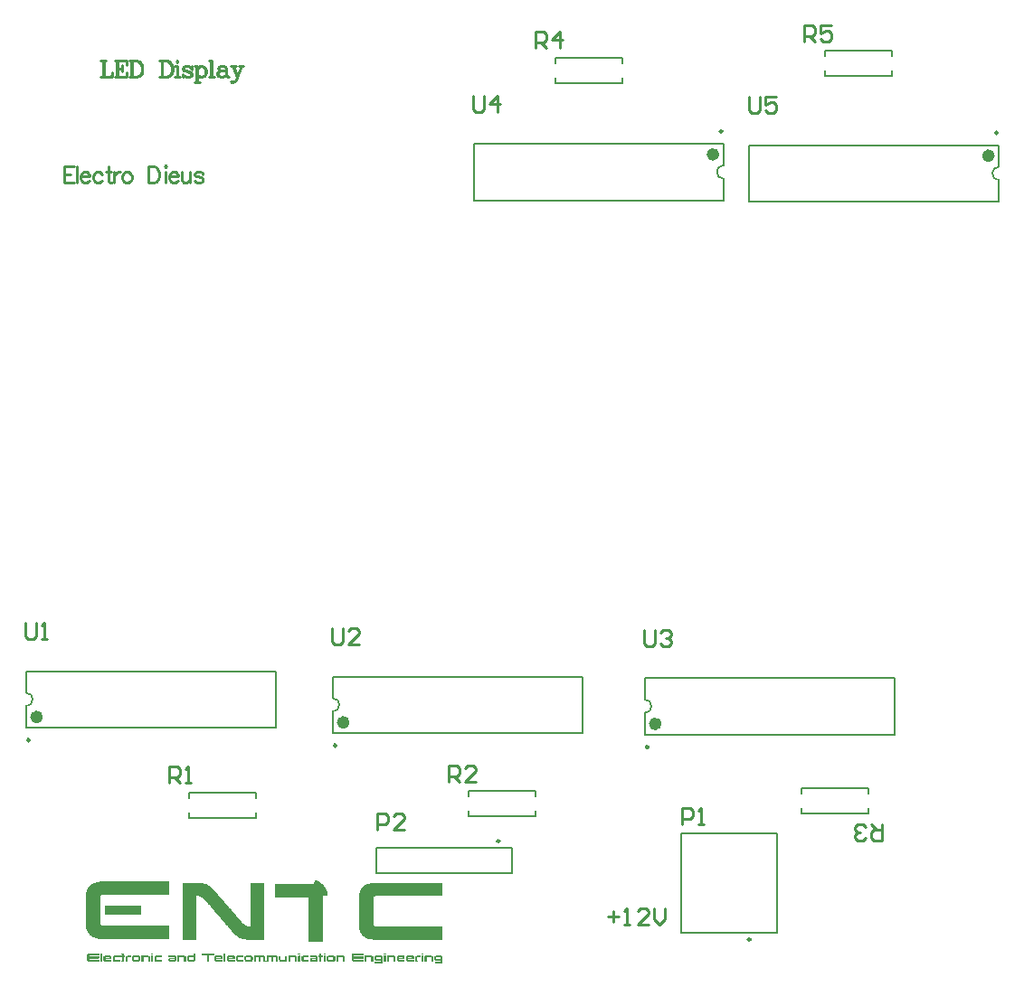
<source format=gto>
G04*
G04 #@! TF.GenerationSoftware,Altium Limited,Altium Designer,25.2.1 (25)*
G04*
G04 Layer_Color=65535*
%FSLAX25Y25*%
%MOIN*%
G70*
G04*
G04 #@! TF.SameCoordinates,F99C0EAD-8B59-483C-989D-22E72BE8A830*
G04*
G04*
G04 #@! TF.FilePolarity,Positive*
G04*
G01*
G75*
%ADD10C,0.00984*%
%ADD11C,0.00787*%
%ADD12C,0.02362*%
%ADD13C,0.01000*%
G36*
X187561Y153064D02*
Y152917D01*
Y151442D01*
X187413D01*
Y151590D01*
X174293D01*
Y151442D01*
X174145D01*
Y151590D01*
X173998D01*
Y151737D01*
X174145D01*
Y154686D01*
X173998D01*
Y154833D01*
X174145D01*
Y154980D01*
X187561D01*
Y153064D01*
D02*
G37*
G36*
X232820Y142302D02*
X226038D01*
Y142449D01*
X225154D01*
Y142597D01*
X224711D01*
Y142744D01*
X224269D01*
Y142892D01*
X223827D01*
Y143039D01*
X223532D01*
Y143187D01*
X223384D01*
Y143334D01*
X223090D01*
Y143481D01*
X222795D01*
Y143629D01*
X222647D01*
Y143776D01*
X222500D01*
Y143924D01*
X222205D01*
Y144071D01*
X222058D01*
Y144219D01*
X221910D01*
Y144366D01*
X221763D01*
Y144513D01*
X221616D01*
Y144661D01*
X221468D01*
Y144808D01*
X221321D01*
Y144956D01*
X221173D01*
Y145103D01*
X221026D01*
Y145398D01*
X220878D01*
Y145545D01*
X220731D01*
Y145693D01*
X220584D01*
Y145840D01*
X220436D01*
Y145988D01*
X220289D01*
Y146135D01*
X220141D01*
Y146430D01*
X219994D01*
Y146577D01*
X219846D01*
Y146725D01*
X219699D01*
Y146872D01*
X219551D01*
Y147020D01*
X219404D01*
Y147167D01*
X219257D01*
Y147462D01*
X219109D01*
Y147609D01*
X218962D01*
Y147757D01*
X218814D01*
Y147904D01*
X218667D01*
Y148052D01*
X218520D01*
Y148199D01*
X218372D01*
Y148494D01*
X218225D01*
Y148641D01*
X218077D01*
Y148789D01*
X217930D01*
Y148936D01*
X217782D01*
Y149083D01*
X217635D01*
Y149231D01*
X217488D01*
Y149526D01*
X217340D01*
Y149673D01*
X217193D01*
Y149821D01*
X217045D01*
Y149968D01*
X216898D01*
Y150116D01*
X216751D01*
Y150263D01*
X216603D01*
Y150558D01*
X216456D01*
Y150705D01*
X216308D01*
Y150853D01*
X216161D01*
Y151000D01*
X216013D01*
Y151147D01*
X215866D01*
Y151295D01*
X215719D01*
Y151590D01*
X215571D01*
Y151737D01*
X215424D01*
Y151884D01*
X215276D01*
Y152032D01*
X215129D01*
Y152179D01*
X214981D01*
Y152327D01*
X214834D01*
Y152622D01*
X214687D01*
Y152769D01*
X214539D01*
Y152917D01*
X214392D01*
Y153064D01*
X214244D01*
Y153211D01*
X214097D01*
Y153359D01*
X213949D01*
Y153654D01*
X213802D01*
Y153801D01*
X213655D01*
Y153948D01*
X213507D01*
Y154096D01*
X213360D01*
Y154243D01*
X213212D01*
Y154391D01*
X213065D01*
Y154686D01*
X212917D01*
Y154833D01*
X212770D01*
Y154980D01*
X212623D01*
Y155128D01*
X212475D01*
Y155275D01*
X212328D01*
Y155423D01*
X212180D01*
Y155718D01*
X212033D01*
Y155865D01*
X211886D01*
Y156012D01*
X211738D01*
Y156160D01*
X211591D01*
Y156307D01*
X211443D01*
Y156455D01*
X211296D01*
Y156749D01*
X211149D01*
Y156897D01*
X211001D01*
Y157044D01*
X210854D01*
Y157192D01*
X210706D01*
Y157339D01*
X210559D01*
Y157487D01*
X210411D01*
Y157634D01*
X210117D01*
Y157781D01*
X209969D01*
Y157929D01*
X209674D01*
Y158076D01*
X209527D01*
Y158224D01*
X209085D01*
Y158371D01*
X208642D01*
Y158519D01*
X207758D01*
Y142302D01*
X202745D01*
Y163383D01*
X209674D01*
Y163236D01*
X210411D01*
Y163089D01*
X210854D01*
Y162941D01*
X211296D01*
Y162794D01*
X211591D01*
Y162646D01*
X211886D01*
Y162499D01*
X212180D01*
Y162352D01*
X212328D01*
Y162204D01*
X212623D01*
Y162057D01*
X212770D01*
Y161909D01*
X213065D01*
Y161762D01*
X213212D01*
Y161614D01*
X213360D01*
Y161467D01*
X213507D01*
Y161320D01*
X213655D01*
Y161172D01*
X213802D01*
Y161025D01*
X213949D01*
Y160877D01*
X214097D01*
Y160730D01*
X214244D01*
Y160582D01*
X214392D01*
Y160435D01*
X214539D01*
Y160288D01*
X214687D01*
Y160140D01*
X214834D01*
Y159845D01*
X214981D01*
Y159698D01*
X215129D01*
Y159550D01*
X215276D01*
Y159403D01*
X215424D01*
Y159256D01*
X215571D01*
Y159108D01*
X215719D01*
Y158813D01*
X215866D01*
Y158666D01*
X216013D01*
Y158519D01*
X216161D01*
Y158371D01*
X216308D01*
Y158224D01*
X216456D01*
Y158076D01*
X216603D01*
Y157929D01*
X216751D01*
Y157634D01*
X216898D01*
Y157487D01*
X217045D01*
Y157339D01*
X217193D01*
Y157192D01*
X217340D01*
Y157044D01*
X217488D01*
Y156897D01*
X217635D01*
Y156749D01*
X217782D01*
Y156455D01*
X217930D01*
Y156307D01*
X218077D01*
Y156160D01*
X218225D01*
Y156012D01*
X218372D01*
Y155865D01*
X218520D01*
Y155718D01*
X218667D01*
Y155423D01*
X218814D01*
Y155275D01*
X218962D01*
Y155128D01*
X219109D01*
Y154980D01*
X219257D01*
Y154833D01*
X219404D01*
Y154686D01*
X219551D01*
Y154538D01*
X219699D01*
Y154243D01*
X219846D01*
Y154096D01*
X219994D01*
Y153948D01*
X220141D01*
Y153801D01*
X220289D01*
Y153654D01*
X220436D01*
Y153506D01*
X220584D01*
Y153211D01*
X220731D01*
Y153064D01*
X220878D01*
Y152917D01*
X221026D01*
Y152769D01*
X221173D01*
Y152622D01*
X221321D01*
Y152474D01*
X221468D01*
Y152327D01*
X221616D01*
Y152032D01*
X221763D01*
Y151884D01*
X221910D01*
Y151737D01*
X222058D01*
Y151590D01*
X222205D01*
Y151442D01*
X222353D01*
Y151295D01*
X222500D01*
Y151000D01*
X222647D01*
Y150853D01*
X222795D01*
Y150705D01*
X222942D01*
Y150558D01*
X223090D01*
Y150410D01*
X223237D01*
Y150263D01*
X223384D01*
Y150116D01*
X223532D01*
Y149821D01*
X223679D01*
Y149673D01*
X223827D01*
Y149526D01*
X223974D01*
Y149378D01*
X224122D01*
Y149231D01*
X224269D01*
Y149083D01*
X224416D01*
Y148789D01*
X224564D01*
Y148641D01*
X224711D01*
Y148494D01*
X224859D01*
Y148346D01*
X225006D01*
Y148199D01*
X225301D01*
Y148052D01*
X225448D01*
Y147904D01*
X225596D01*
Y147757D01*
X225891D01*
Y147609D01*
X226186D01*
Y147462D01*
X226480D01*
Y147314D01*
X226923D01*
Y147167D01*
X227807D01*
Y163383D01*
X232820D01*
Y142302D01*
D02*
G37*
G36*
X197586Y158961D02*
X173113D01*
Y158813D01*
X172819D01*
Y158666D01*
X172524D01*
Y158371D01*
X172376D01*
Y148052D01*
X172524D01*
Y147904D01*
X172671D01*
Y147757D01*
X172966D01*
Y147609D01*
X197586D01*
Y147462D01*
X197733D01*
Y142744D01*
X197586D01*
Y142597D01*
X173113D01*
Y142744D01*
X171492D01*
Y142892D01*
X170902D01*
Y143039D01*
X170312D01*
Y143187D01*
X169870D01*
Y143334D01*
X169575D01*
Y143481D01*
X169280D01*
Y143629D01*
X169133D01*
Y143776D01*
X168838D01*
Y143924D01*
X168691D01*
Y144071D01*
X168543D01*
Y144219D01*
X168396D01*
Y144366D01*
X168248D01*
Y144513D01*
X168101D01*
Y144661D01*
X167954D01*
Y144956D01*
X167806D01*
Y145250D01*
X167659D01*
Y145545D01*
X167511D01*
Y145840D01*
X167364D01*
Y146430D01*
X167217D01*
Y159993D01*
X167364D01*
Y160582D01*
X167511D01*
Y161025D01*
X167659D01*
Y161320D01*
X167806D01*
Y161614D01*
X167954D01*
Y161762D01*
X168101D01*
Y161909D01*
X168248D01*
Y162204D01*
X168396D01*
Y162352D01*
X168691D01*
Y162499D01*
X168838D01*
Y162646D01*
X168986D01*
Y162794D01*
X169280D01*
Y162941D01*
X169428D01*
Y163089D01*
X169723D01*
Y163236D01*
X170165D01*
Y163383D01*
X170607D01*
Y163531D01*
X171197D01*
Y163678D01*
X172229D01*
Y163826D01*
X197586D01*
Y158961D01*
D02*
G37*
G36*
X298275Y158519D02*
X273656D01*
Y158371D01*
X273361D01*
Y158224D01*
X273213D01*
Y158076D01*
X273066D01*
Y157929D01*
Y157781D01*
Y147609D01*
X273213D01*
Y147462D01*
X273361D01*
Y147314D01*
X273656D01*
Y147167D01*
X298423D01*
Y142302D01*
X272624D01*
Y142449D01*
X271739D01*
Y142597D01*
X271149D01*
Y142744D01*
X270707D01*
Y142892D01*
X270412D01*
Y143039D01*
X270117D01*
Y143187D01*
X269823D01*
Y143334D01*
X269675D01*
Y143481D01*
X269380D01*
Y143629D01*
X269233D01*
Y143776D01*
X269086D01*
Y143924D01*
X268938D01*
Y144071D01*
X268791D01*
Y144366D01*
X268643D01*
Y144513D01*
X268496D01*
Y144808D01*
X268349D01*
Y145103D01*
X268201D01*
Y145545D01*
X268054D01*
Y145988D01*
X267906D01*
Y147314D01*
X267759D01*
Y158371D01*
X267906D01*
Y159698D01*
X268054D01*
Y160288D01*
X268201D01*
Y160582D01*
X268349D01*
Y160877D01*
X268496D01*
Y161172D01*
X268643D01*
Y161467D01*
X268791D01*
Y161614D01*
X268938D01*
Y161762D01*
X269086D01*
Y161909D01*
X269233D01*
Y162057D01*
X269380D01*
Y162204D01*
X269528D01*
Y162352D01*
X269823D01*
Y162499D01*
X270117D01*
Y162646D01*
X270265D01*
Y162794D01*
X270707D01*
Y162941D01*
X271149D01*
Y163089D01*
X271592D01*
Y163236D01*
X272476D01*
Y163383D01*
X298275D01*
Y158519D01*
D02*
G37*
G36*
X251690Y164268D02*
X251985D01*
Y164121D01*
X252427D01*
Y163973D01*
X252722D01*
Y163826D01*
X253016D01*
Y163678D01*
X253164D01*
Y163531D01*
X253459D01*
Y163383D01*
X253606D01*
Y163236D01*
X253754D01*
Y163089D01*
X254048D01*
Y162941D01*
X254196D01*
Y162794D01*
X254343D01*
Y162646D01*
X254491D01*
Y162499D01*
X254638D01*
Y162352D01*
X254786D01*
Y162057D01*
X254933D01*
Y161909D01*
X255080D01*
Y161762D01*
X255228D01*
Y161467D01*
X255375D01*
Y161172D01*
X255523D01*
Y160877D01*
X255670D01*
Y160582D01*
X255818D01*
Y160140D01*
X255965D01*
Y159845D01*
Y159698D01*
Y159403D01*
X256112D01*
Y158519D01*
X254343D01*
Y141712D01*
X249184D01*
Y157929D01*
X236800D01*
Y162794D01*
X250953D01*
Y163089D01*
X251100D01*
Y163531D01*
X251247D01*
Y163973D01*
X251395D01*
Y164268D01*
X251542D01*
Y164416D01*
X251690D01*
Y164268D01*
D02*
G37*
G36*
X291494Y136847D02*
X290757D01*
Y137290D01*
X291494D01*
Y136847D01*
D02*
G37*
G36*
X277636D02*
X276899D01*
Y137290D01*
X277636D01*
Y136847D01*
D02*
G37*
G36*
X255375D02*
X254638D01*
Y137290D01*
X255375D01*
Y136847D01*
D02*
G37*
G36*
X246088Y137142D02*
Y136995D01*
X245940D01*
Y136847D01*
X245351D01*
Y136995D01*
X245203D01*
Y137290D01*
X246088D01*
Y137142D01*
D02*
G37*
G36*
X191836D02*
Y136995D01*
Y136847D01*
X191099D01*
Y137290D01*
X191836D01*
Y137142D01*
D02*
G37*
G36*
X214244Y136553D02*
X214097D01*
Y136700D01*
X212623D01*
Y136553D01*
X212475D01*
Y135816D01*
Y135668D01*
Y134341D01*
X211738D01*
Y136553D01*
X211591D01*
Y136700D01*
X210117D01*
Y136553D01*
X209969D01*
Y136700D01*
X209822D01*
Y137290D01*
X214244D01*
Y136553D01*
D02*
G37*
G36*
X171934Y136700D02*
X171787D01*
Y136553D01*
X171639D01*
Y136700D01*
X168396D01*
Y136553D01*
X168248D01*
Y136110D01*
X171934D01*
Y135521D01*
X171787D01*
Y135373D01*
X168248D01*
Y134931D01*
X171934D01*
Y134341D01*
X167806D01*
Y134489D01*
X167659D01*
Y134636D01*
X167511D01*
Y136995D01*
X167659D01*
Y137142D01*
X167954D01*
Y137290D01*
X171934D01*
Y136700D01*
D02*
G37*
G36*
X241223Y134636D02*
X241075D01*
Y134489D01*
X240928D01*
Y134341D01*
X238569D01*
Y134489D01*
X238274D01*
Y134783D01*
X238127D01*
Y136405D01*
X239011D01*
Y136258D01*
X238864D01*
Y134931D01*
X240486D01*
Y136405D01*
X241223D01*
Y134636D01*
D02*
G37*
G36*
X294442Y136405D02*
X294737D01*
Y136258D01*
X294884D01*
Y136110D01*
X295032D01*
Y134341D01*
X294295D01*
Y135816D01*
X294147D01*
Y135963D01*
X292673D01*
Y134341D01*
X291789D01*
Y136405D01*
X291936D01*
Y136553D01*
X294442D01*
Y136405D01*
D02*
G37*
G36*
X291494Y134341D02*
X290757D01*
Y135078D01*
Y135226D01*
Y136553D01*
X291494D01*
Y134341D01*
D02*
G37*
G36*
X290462Y135963D02*
X289282D01*
Y135816D01*
X289135D01*
Y134931D01*
Y134783D01*
Y134489D01*
X289282D01*
Y134341D01*
X288398D01*
Y135963D01*
X288545D01*
Y136258D01*
X288693D01*
Y136405D01*
X288988D01*
Y136553D01*
X290462D01*
Y135963D01*
D02*
G37*
G36*
X287661Y136405D02*
X287956D01*
Y135373D01*
X287808D01*
Y135226D01*
X285744D01*
Y134931D01*
X287956D01*
Y134341D01*
X285302D01*
Y134489D01*
X285155D01*
Y134783D01*
X285007D01*
Y136110D01*
X285155D01*
Y136405D01*
X285450D01*
Y136553D01*
X287661D01*
Y136405D01*
D02*
G37*
G36*
X284270D02*
X284565D01*
Y135373D01*
X284418D01*
Y135226D01*
X282354D01*
Y134931D01*
X284418D01*
Y134783D01*
X284565D01*
Y134341D01*
X281911D01*
Y134489D01*
X281764D01*
Y134636D01*
X281616D01*
Y136110D01*
X281764D01*
Y136405D01*
X282059D01*
Y136553D01*
X284270D01*
Y136405D01*
D02*
G37*
G36*
X280732D02*
X281027D01*
Y136258D01*
X281174D01*
Y134341D01*
X280437D01*
Y135226D01*
Y135373D01*
Y135963D01*
X278816D01*
Y134341D01*
X278078D01*
Y136553D01*
X280732D01*
Y136405D01*
D02*
G37*
G36*
X277636Y134341D02*
X276899D01*
Y136553D01*
X277636D01*
Y134341D01*
D02*
G37*
G36*
X272476Y136405D02*
X272771D01*
Y136258D01*
X272919D01*
Y134341D01*
X272181D01*
Y135963D01*
X270560D01*
Y134341D01*
X269823D01*
Y136553D01*
X272476D01*
Y136405D01*
D02*
G37*
G36*
X269380Y136700D02*
X265842D01*
Y136553D01*
X265695D01*
Y136110D01*
X269380D01*
Y135373D01*
X265695D01*
Y134931D01*
X269380D01*
Y134341D01*
X265253D01*
Y134489D01*
X265105D01*
Y134636D01*
X264958D01*
Y136995D01*
X265105D01*
Y137142D01*
X265400D01*
Y137290D01*
X269380D01*
Y136700D01*
D02*
G37*
G36*
X262009Y136405D02*
X262304D01*
Y136258D01*
X262452D01*
Y134341D01*
X261714D01*
Y135963D01*
X260093D01*
Y134636D01*
Y134489D01*
Y134341D01*
X259356D01*
Y136553D01*
X262009D01*
Y136405D01*
D02*
G37*
G36*
X258471D02*
X258766D01*
Y136258D01*
X258913D01*
Y134636D01*
X258766D01*
Y134489D01*
X258619D01*
Y134341D01*
X256112D01*
Y134489D01*
X255965D01*
Y134636D01*
X255818D01*
Y136110D01*
X255965D01*
Y136258D01*
X256112D01*
Y136405D01*
X256407D01*
Y136553D01*
X258471D01*
Y136405D01*
D02*
G37*
G36*
X255375Y134341D02*
X254638D01*
Y136553D01*
X255375D01*
Y134341D01*
D02*
G37*
G36*
X253901Y136553D02*
X254343D01*
Y135963D01*
X253901D01*
Y134341D01*
X253164D01*
Y135963D01*
X252869D01*
Y136110D01*
X252722D01*
Y136405D01*
X252869D01*
Y136553D01*
X253164D01*
Y137142D01*
X253901D01*
Y136553D01*
D02*
G37*
G36*
X252132Y136405D02*
X252427D01*
Y136110D01*
X252574D01*
Y134636D01*
X252427D01*
Y134489D01*
X252279D01*
Y134341D01*
X249773D01*
Y134489D01*
X249626D01*
Y135373D01*
X249773D01*
Y135521D01*
X250068D01*
Y135668D01*
X251837D01*
Y135963D01*
X249626D01*
Y136553D01*
X252132D01*
Y136405D01*
D02*
G37*
G36*
X249184D02*
Y135963D01*
X247267D01*
Y134931D01*
X249184D01*
Y134341D01*
X246825D01*
Y134489D01*
X246677D01*
Y134636D01*
X246530D01*
Y136258D01*
X246677D01*
Y136405D01*
X246972D01*
Y136553D01*
X249184D01*
Y136405D01*
D02*
G37*
G36*
X245940D02*
X246088D01*
Y134341D01*
X245203D01*
Y134636D01*
Y134783D01*
Y136405D01*
X245351D01*
Y136553D01*
X245940D01*
Y136405D01*
D02*
G37*
G36*
X244319D02*
X244613D01*
Y136258D01*
X244761D01*
Y136110D01*
X244908D01*
Y135226D01*
Y135078D01*
Y134341D01*
X244024D01*
Y134489D01*
X244171D01*
Y135816D01*
X244024D01*
Y135963D01*
X242549D01*
Y135816D01*
X242402D01*
Y134489D01*
X242549D01*
Y134341D01*
X241665D01*
Y136553D01*
X244319D01*
Y136405D01*
D02*
G37*
G36*
X237242D02*
X237537D01*
Y136258D01*
X237684D01*
Y136110D01*
X237832D01*
Y134341D01*
X236947D01*
Y134489D01*
X237095D01*
Y135816D01*
X236947D01*
Y135963D01*
X236063D01*
Y134341D01*
X235326D01*
Y135963D01*
X234441D01*
Y134341D01*
X233557D01*
Y134489D01*
X233704D01*
Y136553D01*
X237242D01*
Y136405D01*
D02*
G37*
G36*
X232672D02*
X232967D01*
Y136258D01*
X233114D01*
Y134489D01*
X233262D01*
Y134341D01*
X232377D01*
Y135963D01*
X231493D01*
Y135816D01*
Y134341D01*
X230756D01*
Y135963D01*
X229724D01*
Y134341D01*
X228987D01*
Y136553D01*
X232672D01*
Y136405D01*
D02*
G37*
G36*
X228102D02*
X228397D01*
Y136258D01*
X228544D01*
Y135963D01*
X228692D01*
Y134931D01*
X228544D01*
Y134489D01*
X228250D01*
Y134341D01*
X225743D01*
Y134489D01*
X225596D01*
Y134783D01*
X225448D01*
Y136110D01*
X225596D01*
Y136258D01*
X225743D01*
Y136405D01*
X226038D01*
Y136553D01*
X228102D01*
Y136405D01*
D02*
G37*
G36*
X225006Y135963D02*
X223090D01*
Y134931D01*
X225006D01*
Y134783D01*
X225154D01*
Y134341D01*
X222647D01*
Y134489D01*
X222500D01*
Y134636D01*
X222353D01*
Y136110D01*
X222500D01*
Y136405D01*
X222795D01*
Y136553D01*
X225006D01*
Y135963D01*
D02*
G37*
G36*
X221616Y136405D02*
X221910D01*
Y135373D01*
X221763D01*
Y135226D01*
X219699D01*
Y134931D01*
X221910D01*
Y134341D01*
X219257D01*
Y134489D01*
X219109D01*
Y134783D01*
X218962D01*
Y136110D01*
X219109D01*
Y136405D01*
X219404D01*
Y136553D01*
X221616D01*
Y136405D01*
D02*
G37*
G36*
X218520Y134341D02*
X217782D01*
Y135373D01*
Y135521D01*
Y137290D01*
X218520D01*
Y134341D01*
D02*
G37*
G36*
X217045Y136405D02*
X217193D01*
Y136258D01*
X217340D01*
Y135373D01*
X217045D01*
Y135226D01*
X215129D01*
Y134931D01*
X217193D01*
Y134783D01*
X217340D01*
Y134341D01*
X214687D01*
Y134489D01*
X214539D01*
Y134636D01*
X214392D01*
Y134783D01*
Y136258D01*
X214539D01*
Y136405D01*
X214834D01*
Y136553D01*
X217045D01*
Y136405D01*
D02*
G37*
G36*
X207463Y134636D02*
X207315D01*
Y134489D01*
X207168D01*
Y134341D01*
X204662D01*
Y134489D01*
X204514D01*
Y134636D01*
X204367D01*
Y136110D01*
X204514D01*
Y136405D01*
X204809D01*
Y136553D01*
X206726D01*
Y137290D01*
X207463D01*
Y134636D01*
D02*
G37*
G36*
X203335Y136405D02*
X203630D01*
Y136258D01*
X203777D01*
Y136110D01*
X203925D01*
Y134341D01*
X203188D01*
Y135816D01*
X203040D01*
Y135963D01*
X201566D01*
Y134341D01*
X200681D01*
Y136405D01*
X200829D01*
Y136553D01*
X203335D01*
Y136405D01*
D02*
G37*
G36*
X199944D02*
X200239D01*
Y136110D01*
X200387D01*
Y134636D01*
X200239D01*
Y134489D01*
X200092D01*
Y134341D01*
X197586D01*
Y134489D01*
X197438D01*
Y135226D01*
Y135373D01*
X197586D01*
Y135521D01*
X197880D01*
Y135668D01*
X199650D01*
Y135816D01*
X199502D01*
Y135963D01*
X197438D01*
Y136553D01*
X199944D01*
Y136405D01*
D02*
G37*
G36*
X195079Y135963D02*
X193163D01*
Y135816D01*
X193016D01*
Y134931D01*
X194932D01*
Y134783D01*
X195079D01*
Y134341D01*
X192573D01*
Y134489D01*
X192426D01*
Y134783D01*
X192278D01*
Y135963D01*
X192426D01*
Y136258D01*
X192573D01*
Y136405D01*
X192868D01*
Y136553D01*
X195079D01*
Y135963D01*
D02*
G37*
G36*
X191836Y134341D02*
X191099D01*
Y136553D01*
X191836D01*
Y134341D01*
D02*
G37*
G36*
X190214Y136405D02*
X190362D01*
Y136258D01*
X190509D01*
Y136110D01*
X190657D01*
Y134341D01*
X189920D01*
Y135963D01*
X188298D01*
Y134341D01*
X187561D01*
Y136553D01*
X190214D01*
Y136405D01*
D02*
G37*
G36*
X186676D02*
X186824D01*
Y136258D01*
X186971D01*
Y136110D01*
X187119D01*
Y134636D01*
X186971D01*
Y134489D01*
X186824D01*
Y134341D01*
X184318D01*
Y134489D01*
X184170D01*
Y134636D01*
X184023D01*
Y135226D01*
Y135373D01*
Y136258D01*
X184170D01*
Y136405D01*
X184465D01*
Y136553D01*
X186676D01*
Y136405D01*
D02*
G37*
G36*
X183728Y135963D02*
X182548D01*
Y135816D01*
X182401D01*
Y135078D01*
Y134931D01*
Y134341D01*
X181664D01*
Y136110D01*
X181811D01*
Y136258D01*
X181959D01*
Y136405D01*
X182254D01*
Y136553D01*
X183728D01*
Y135963D01*
D02*
G37*
G36*
X180927Y136553D02*
X181369D01*
Y135963D01*
X180927D01*
Y134341D01*
X180190D01*
Y134489D01*
X180337D01*
Y135816D01*
X180190D01*
Y135963D01*
X179895D01*
Y136553D01*
X180190D01*
Y136700D01*
X180337D01*
Y136995D01*
X180190D01*
Y137142D01*
X180927D01*
Y136553D01*
D02*
G37*
G36*
X179600Y135963D02*
X177683D01*
Y134931D01*
X179600D01*
Y134341D01*
X177241D01*
Y134489D01*
X177094D01*
Y134636D01*
X176946D01*
Y136110D01*
Y136258D01*
X177094D01*
Y136405D01*
X177389D01*
Y136553D01*
X179600D01*
Y135963D01*
D02*
G37*
G36*
X176209Y136405D02*
X176357D01*
Y136258D01*
X176504D01*
Y135521D01*
X176357D01*
Y135373D01*
X176209D01*
Y135226D01*
X174293D01*
Y134931D01*
X176357D01*
Y134783D01*
X176504D01*
Y134341D01*
X173851D01*
Y134489D01*
X173703D01*
Y134636D01*
X173556D01*
Y135816D01*
Y135963D01*
Y136258D01*
X173703D01*
Y136405D01*
X173998D01*
Y136553D01*
X176209D01*
Y136405D01*
D02*
G37*
G36*
X173113Y135373D02*
Y135226D01*
Y134341D01*
X172376D01*
Y137290D01*
X173113D01*
Y135373D01*
D02*
G37*
G36*
X298128Y136405D02*
X298423D01*
Y136258D01*
X298570D01*
Y133899D01*
X298423D01*
Y133751D01*
X298275D01*
Y133604D01*
X295622D01*
Y134194D01*
X297833D01*
Y134636D01*
X295769D01*
Y134783D01*
X295622D01*
Y134931D01*
X295474D01*
Y135373D01*
Y135521D01*
Y136258D01*
X295622D01*
Y136405D01*
X295917D01*
Y136553D01*
X298128D01*
Y136405D01*
D02*
G37*
G36*
X276014D02*
X276309D01*
Y136258D01*
X276457D01*
Y133899D01*
X276309D01*
Y133751D01*
X276162D01*
Y133604D01*
X273508D01*
Y134194D01*
X275720D01*
Y134636D01*
X273656D01*
Y134783D01*
X273508D01*
Y134931D01*
X273361D01*
Y136258D01*
X273508D01*
Y136405D01*
X273803D01*
Y136553D01*
X276014D01*
Y136405D01*
D02*
G37*
%LPC*%
G36*
X287219Y135963D02*
X285892D01*
Y135816D01*
X285744D01*
Y135668D01*
X287219D01*
Y135963D01*
D02*
G37*
G36*
X283828D02*
X282501D01*
Y135816D01*
X282354D01*
Y135668D01*
X283828D01*
Y135963D01*
D02*
G37*
G36*
X258176D02*
X256555D01*
Y134931D01*
X258176D01*
Y135963D01*
D02*
G37*
G36*
X251837Y135226D02*
X250363D01*
Y134931D01*
X251837D01*
Y135226D01*
D02*
G37*
G36*
X227807Y135963D02*
X226333D01*
Y135816D01*
X226186D01*
Y134931D01*
X227807D01*
Y135816D01*
Y135963D01*
D02*
G37*
G36*
X221173D02*
X219846D01*
Y135816D01*
X219699D01*
Y135668D01*
X221173D01*
Y135963D01*
D02*
G37*
G36*
X216603D02*
X215129D01*
Y135668D01*
X216603D01*
Y135963D01*
D02*
G37*
G36*
X206726D02*
X205104D01*
Y135816D01*
Y135668D01*
Y134931D01*
X206726D01*
Y135963D01*
D02*
G37*
G36*
X199650Y135226D02*
X198175D01*
Y134931D01*
X199650D01*
Y135226D01*
D02*
G37*
G36*
X186381Y135963D02*
X184760D01*
Y134931D01*
X186381D01*
Y135963D01*
D02*
G37*
G36*
X175767D02*
X174293D01*
Y135668D01*
X175767D01*
Y135963D01*
D02*
G37*
G36*
X297833D02*
X296211D01*
Y135226D01*
X297833D01*
Y135963D01*
D02*
G37*
G36*
X275720D02*
X274098D01*
Y135226D01*
X275720D01*
Y135963D01*
D02*
G37*
%LPD*%
D10*
X411992Y142520D02*
G03*
X411992Y142520I-492J0D01*
G01*
X503110Y440000D02*
G03*
X503110Y440000I-492J0D01*
G01*
X146374Y216000D02*
G03*
X146374Y216000I-492J0D01*
G01*
X374374Y213500D02*
G03*
X374374Y213500I-492J0D01*
G01*
X259374Y214000D02*
G03*
X259374Y214000I-492J0D01*
G01*
X401610Y440500D02*
G03*
X401610Y440500I-492J0D01*
G01*
X319492Y178784D02*
G03*
X319492Y178784I-492J0D01*
G01*
D11*
X503563Y427500D02*
G03*
X503563Y422500I0J-2500D01*
G01*
X144937Y228500D02*
G03*
X144937Y233500I0J2500D01*
G01*
X372937Y226000D02*
G03*
X372937Y231000I0J2500D01*
G01*
X257937Y226500D02*
G03*
X257937Y231500I0J2500D01*
G01*
X402063Y428000D02*
G03*
X402063Y423000I0J-2500D01*
G01*
X386264Y145079D02*
X421736D01*
Y181496D01*
X386264D02*
X421736D01*
X386264Y145079D02*
Y181496D01*
X411437Y435433D02*
X503563D01*
X411437Y414567D02*
X503563D01*
Y427500D02*
Y435433D01*
Y414567D02*
Y422500D01*
X411437Y414567D02*
Y435433D01*
X455402Y196153D02*
Y198224D01*
X430598Y188776D02*
Y190847D01*
X455402Y188776D02*
Y190847D01*
X430598Y196153D02*
Y198224D01*
X455402D01*
X430598Y188776D02*
X455402D01*
X237063Y220567D02*
Y241433D01*
X144937Y233500D02*
Y241433D01*
Y220567D02*
Y228500D01*
Y241433D02*
X237063D01*
X144937Y220567D02*
X237063D01*
X372937Y218067D02*
X465063D01*
X372937Y238933D02*
X465063D01*
X372937Y218067D02*
Y226000D01*
Y231000D02*
Y238933D01*
X465063Y218067D02*
Y238933D01*
X257937Y218567D02*
X350063D01*
X257937Y239433D02*
X350063D01*
X257937Y218567D02*
Y226500D01*
Y231500D02*
Y239433D01*
X350063Y218567D02*
Y239433D01*
X309937Y435933D02*
X402063D01*
X309937Y415067D02*
X402063D01*
Y428000D02*
Y435933D01*
Y415067D02*
Y423000D01*
X309937Y415067D02*
Y435933D01*
X364902Y465654D02*
Y467724D01*
X340098Y458276D02*
Y460347D01*
X364902Y458276D02*
Y460347D01*
X340098Y465654D02*
Y467724D01*
X364902D01*
X340098Y458276D02*
X364902D01*
X332902Y195153D02*
Y197224D01*
X308098Y187776D02*
Y189847D01*
X332902Y187776D02*
Y189847D01*
X308098Y195153D02*
Y197224D01*
X332902D01*
X308098Y187776D02*
X332902D01*
X464118Y468153D02*
Y470224D01*
X439315Y460776D02*
Y462847D01*
X464118Y460776D02*
Y462847D01*
X439315Y468153D02*
Y470224D01*
X464118D01*
X439315Y460776D02*
X464118D01*
X229902Y194653D02*
Y196724D01*
X205098Y187276D02*
Y189347D01*
X229902Y187276D02*
Y189347D01*
X205098Y194653D02*
Y196724D01*
X229902D01*
X205098Y187276D02*
X229902D01*
X274000Y166776D02*
X324000D01*
X274000D02*
Y176224D01*
X324000D01*
Y166776D02*
Y176224D01*
D12*
X500807Y431496D02*
G03*
X500807Y431496I-1181J0D01*
G01*
X150055Y224504D02*
G03*
X150055Y224504I-1181J0D01*
G01*
X378055Y222004D02*
G03*
X378055Y222004I-1181J0D01*
G01*
X263055Y222504D02*
G03*
X263055Y222504I-1181J0D01*
G01*
X399307Y431996D02*
G03*
X399307Y431996I-1181J0D01*
G01*
D13*
X173357Y466498D02*
Y460500D01*
X173643Y466498D02*
Y460500D01*
X172500Y466498D02*
X174500D01*
X172500Y460500D02*
X176785D01*
Y462214D01*
X176499Y460500D01*
X178499Y466498D02*
Y460500D01*
X178784Y466498D02*
Y460500D01*
X180498Y464784D02*
Y462499D01*
X177642Y466498D02*
X182212D01*
Y464784D01*
X181927Y466498D01*
X178784Y463642D02*
X180498D01*
X177642Y460500D02*
X182212D01*
Y462214D01*
X181927Y460500D01*
X183898Y466498D02*
Y460500D01*
X184183Y466498D02*
Y460500D01*
X183041Y466498D02*
X185897D01*
X186754Y466213D01*
X187325Y465641D01*
X187611Y465070D01*
X187897Y464213D01*
Y462785D01*
X187611Y461928D01*
X187325Y461356D01*
X186754Y460785D01*
X185897Y460500D01*
X183041D01*
X185897Y466498D02*
X186468Y466213D01*
X187040Y465641D01*
X187325Y465070D01*
X187611Y464213D01*
Y462785D01*
X187325Y461928D01*
X187040Y461356D01*
X186468Y460785D01*
X185897Y460500D01*
X194952Y466498D02*
Y460500D01*
X195238Y466498D02*
Y460500D01*
X194095Y466498D02*
X196952D01*
X197809Y466213D01*
X198380Y465641D01*
X198666Y465070D01*
X198951Y464213D01*
Y462785D01*
X198666Y461928D01*
X198380Y461356D01*
X197809Y460785D01*
X196952Y460500D01*
X194095D01*
X196952Y466498D02*
X197523Y466213D01*
X198094Y465641D01*
X198380Y465070D01*
X198666Y464213D01*
Y462785D01*
X198380Y461928D01*
X198094Y461356D01*
X197523Y460785D01*
X196952Y460500D01*
X200608Y466498D02*
X200323Y466213D01*
X200608Y465927D01*
X200894Y466213D01*
X200608Y466498D01*
Y464499D02*
Y460500D01*
X200894Y464499D02*
Y460500D01*
X199751Y464499D02*
X200894D01*
X199751Y460500D02*
X201751D01*
X205693Y463927D02*
X205978Y464499D01*
Y463356D01*
X205693Y463927D01*
X205407Y464213D01*
X204836Y464499D01*
X203693D01*
X203122Y464213D01*
X202836Y463927D01*
Y463356D01*
X203122Y463070D01*
X203693Y462785D01*
X205122Y462214D01*
X205693Y461928D01*
X205978Y461642D01*
X202836Y463642D02*
X203122Y463356D01*
X203693Y463070D01*
X205122Y462499D01*
X205693Y462214D01*
X205978Y461928D01*
Y461071D01*
X205693Y460785D01*
X205122Y460500D01*
X203979D01*
X203408Y460785D01*
X203122Y461071D01*
X202836Y461642D01*
Y460500D01*
X203122Y461071D01*
X207807Y464499D02*
Y458500D01*
X208092Y464499D02*
Y458500D01*
Y463642D02*
X208664Y464213D01*
X209235Y464499D01*
X209806D01*
X210663Y464213D01*
X211234Y463642D01*
X211520Y462785D01*
Y462214D01*
X211234Y461356D01*
X210663Y460785D01*
X209806Y460500D01*
X209235D01*
X208664Y460785D01*
X208092Y461356D01*
X209806Y464499D02*
X210378Y464213D01*
X210949Y463642D01*
X211234Y462785D01*
Y462214D01*
X210949Y461356D01*
X210378Y460785D01*
X209806Y460500D01*
X206950Y464499D02*
X208092D01*
X206950Y458500D02*
X208949D01*
X213206Y466498D02*
Y460500D01*
X213491Y466498D02*
Y460500D01*
X212349Y466498D02*
X213491D01*
X212349Y460500D02*
X214348D01*
X216005Y463927D02*
Y463642D01*
X215719D01*
Y463927D01*
X216005Y464213D01*
X216576Y464499D01*
X217719D01*
X218290Y464213D01*
X218576Y463927D01*
X218862Y463356D01*
Y461356D01*
X219147Y460785D01*
X219433Y460500D01*
X218576Y463927D02*
Y461356D01*
X218862Y460785D01*
X219433Y460500D01*
X219718D01*
X218576Y463356D02*
X218290Y463070D01*
X216576Y462785D01*
X215719Y462499D01*
X215434Y461928D01*
Y461356D01*
X215719Y460785D01*
X216576Y460500D01*
X217433D01*
X218004Y460785D01*
X218576Y461356D01*
X216576Y462785D02*
X216005Y462499D01*
X215719Y461928D01*
Y461356D01*
X216005Y460785D01*
X216576Y460500D01*
X221147Y464499D02*
X222861Y460500D01*
X221432Y464499D02*
X222861Y461071D01*
X224574Y464499D02*
X222861Y460500D01*
X222289Y459357D01*
X221718Y458786D01*
X221147Y458500D01*
X220861D01*
X220575Y458786D01*
X220861Y459071D01*
X221147Y458786D01*
X220575Y464499D02*
X222289D01*
X223432D02*
X225146D01*
X359500Y150999D02*
X363499D01*
X361499Y152998D02*
Y149000D01*
X365498Y148000D02*
X367497D01*
X366498D01*
Y153998D01*
X365498Y152998D01*
X374495Y148000D02*
X370496D01*
X374495Y151999D01*
Y152998D01*
X373496Y153998D01*
X371496D01*
X370496Y152998D01*
X376495Y153998D02*
Y149999D01*
X378494Y148000D01*
X380493Y149999D01*
Y153998D01*
X162714Y427499D02*
X159000D01*
Y421500D01*
X162714D01*
X159000Y424642D02*
X161285D01*
X163713Y427499D02*
Y421500D01*
X164970Y423785D02*
X168398D01*
Y424357D01*
X168112Y424928D01*
X167827Y425213D01*
X167255Y425499D01*
X166398D01*
X165827Y425213D01*
X165256Y424642D01*
X164970Y423785D01*
Y423214D01*
X165256Y422357D01*
X165827Y421786D01*
X166398Y421500D01*
X167255D01*
X167827Y421786D01*
X168398Y422357D01*
X173111Y424642D02*
X172540Y425213D01*
X171969Y425499D01*
X171112D01*
X170540Y425213D01*
X169969Y424642D01*
X169683Y423785D01*
Y423214D01*
X169969Y422357D01*
X170540Y421786D01*
X171112Y421500D01*
X171969D01*
X172540Y421786D01*
X173111Y422357D01*
X175254Y427499D02*
Y422643D01*
X175539Y421786D01*
X176111Y421500D01*
X176682D01*
X174397Y425499D02*
X176396D01*
X177539D02*
Y421500D01*
Y423785D02*
X177824Y424642D01*
X178396Y425213D01*
X178967Y425499D01*
X179824D01*
X181795D02*
X181224Y425213D01*
X180652Y424642D01*
X180367Y423785D01*
Y423214D01*
X180652Y422357D01*
X181224Y421786D01*
X181795Y421500D01*
X182652D01*
X183223Y421786D01*
X183795Y422357D01*
X184080Y423214D01*
Y423785D01*
X183795Y424642D01*
X183223Y425213D01*
X182652Y425499D01*
X181795D01*
X190108Y427499D02*
Y421500D01*
Y427499D02*
X192107D01*
X192964Y427213D01*
X193535Y426642D01*
X193821Y426070D01*
X194107Y425213D01*
Y423785D01*
X193821Y422928D01*
X193535Y422357D01*
X192964Y421786D01*
X192107Y421500D01*
X190108D01*
X196021Y427499D02*
X196306Y427213D01*
X196592Y427499D01*
X196306Y427784D01*
X196021Y427499D01*
X196306Y425499D02*
Y421500D01*
X197649Y423785D02*
X201077D01*
Y424357D01*
X200791Y424928D01*
X200505Y425213D01*
X199934Y425499D01*
X199077D01*
X198506Y425213D01*
X197934Y424642D01*
X197649Y423785D01*
Y423214D01*
X197934Y422357D01*
X198506Y421786D01*
X199077Y421500D01*
X199934D01*
X200505Y421786D01*
X201077Y422357D01*
X202362Y425499D02*
Y422643D01*
X202648Y421786D01*
X203219Y421500D01*
X204076D01*
X204647Y421786D01*
X205504Y422643D01*
Y425499D02*
Y421500D01*
X210218Y424642D02*
X209932Y425213D01*
X209075Y425499D01*
X208218D01*
X207361Y425213D01*
X207075Y424642D01*
X207361Y424071D01*
X207932Y423785D01*
X209361Y423500D01*
X209932Y423214D01*
X210218Y422643D01*
Y422357D01*
X209932Y421786D01*
X209075Y421500D01*
X208218D01*
X207361Y421786D01*
X207075Y422357D01*
X372900Y256698D02*
Y251700D01*
X373900Y250700D01*
X375899D01*
X376899Y251700D01*
Y256698D01*
X378898Y255698D02*
X379898Y256698D01*
X381897D01*
X382897Y255698D01*
Y254699D01*
X381897Y253699D01*
X380897D01*
X381897D01*
X382897Y252699D01*
Y251700D01*
X381897Y250700D01*
X379898D01*
X378898Y251700D01*
X309900Y453698D02*
Y448700D01*
X310900Y447700D01*
X312899D01*
X313899Y448700D01*
Y453698D01*
X318897Y447700D02*
Y453698D01*
X315898Y450699D01*
X319897D01*
X257900Y257198D02*
Y252200D01*
X258900Y251200D01*
X260899D01*
X261899Y252200D01*
Y257198D01*
X267897Y251200D02*
X263898D01*
X267897Y255199D01*
Y256198D01*
X266897Y257198D01*
X264898D01*
X263898Y256198D01*
X411400Y453198D02*
Y448200D01*
X412400Y447200D01*
X414399D01*
X415399Y448200D01*
Y453198D01*
X421397D02*
X417398D01*
Y450199D01*
X419397Y451199D01*
X420397D01*
X421397Y450199D01*
Y448200D01*
X420397Y447200D01*
X418398D01*
X417398Y448200D01*
X144900Y259198D02*
Y254200D01*
X145900Y253200D01*
X147899D01*
X148899Y254200D01*
Y259198D01*
X150898Y253200D02*
X152897D01*
X151898D01*
Y259198D01*
X150898Y258198D01*
X460498Y184999D02*
Y179001D01*
X457499D01*
X456500Y180001D01*
Y182000D01*
X457499Y183000D01*
X460498D01*
X458499D02*
X456500Y184999D01*
X454500Y180001D02*
X453501Y179001D01*
X451501D01*
X450502Y180001D01*
Y181000D01*
X451501Y182000D01*
X452501D01*
X451501D01*
X450502Y183000D01*
Y183999D01*
X451501Y184999D01*
X453501D01*
X454500Y183999D01*
X332600Y471200D02*
Y477198D01*
X335599D01*
X336599Y476198D01*
Y474199D01*
X335599Y473199D01*
X332600D01*
X334599D02*
X336599Y471200D01*
X341597D02*
Y477198D01*
X338598Y474199D01*
X342597D01*
X300600Y200700D02*
Y206698D01*
X303599D01*
X304599Y205698D01*
Y203699D01*
X303599Y202699D01*
X300600D01*
X302599D02*
X304599Y200700D01*
X310597D02*
X306598D01*
X310597Y204699D01*
Y205698D01*
X309597Y206698D01*
X307598D01*
X306598Y205698D01*
X431900Y473700D02*
Y479698D01*
X434899D01*
X435899Y478698D01*
Y476699D01*
X434899Y475699D01*
X431900D01*
X433899D02*
X435899Y473700D01*
X441897Y479698D02*
X437898D01*
Y476699D01*
X439897Y477699D01*
X440897D01*
X441897Y476699D01*
Y474700D01*
X440897Y473700D01*
X438898D01*
X437898Y474700D01*
X197600Y200200D02*
Y206198D01*
X200599D01*
X201599Y205198D01*
Y203199D01*
X200599Y202199D01*
X197600D01*
X199599D02*
X201599Y200200D01*
X203598D02*
X205597D01*
X204598D01*
Y206198D01*
X203598Y205198D01*
X274500Y182800D02*
Y188798D01*
X277499D01*
X278499Y187798D01*
Y185799D01*
X277499Y184799D01*
X274500D01*
X284497Y182800D02*
X280498D01*
X284497Y186799D01*
Y187798D01*
X283497Y188798D01*
X281498D01*
X280498Y187798D01*
X386800Y185000D02*
Y190998D01*
X389799D01*
X390799Y189998D01*
Y187999D01*
X389799Y186999D01*
X386800D01*
X392798Y185000D02*
X394797D01*
X393798D01*
Y190998D01*
X392798Y189998D01*
M02*

</source>
